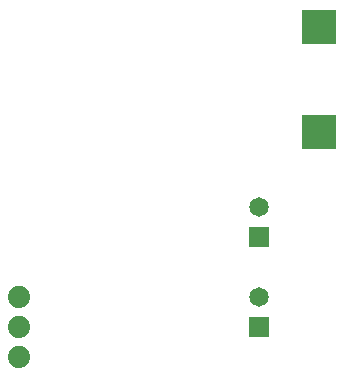
<source format=gbl>
G75*
%MOIN*%
%OFA0B0*%
%FSLAX24Y24*%
%IPPOS*%
%LPD*%
%AMOC8*
5,1,8,0,0,1.08239X$1,22.5*
%
%ADD10R,0.0650X0.0650*%
%ADD11C,0.0650*%
%ADD12C,0.0740*%
%ADD13R,0.1181X0.1181*%
D10*
X009490Y002300D03*
X009490Y005300D03*
D11*
X009490Y006300D03*
X009490Y003300D03*
D12*
X001490Y001300D03*
X001490Y002300D03*
X001490Y003300D03*
D13*
X011490Y008800D03*
X011490Y012300D03*
M02*

</source>
